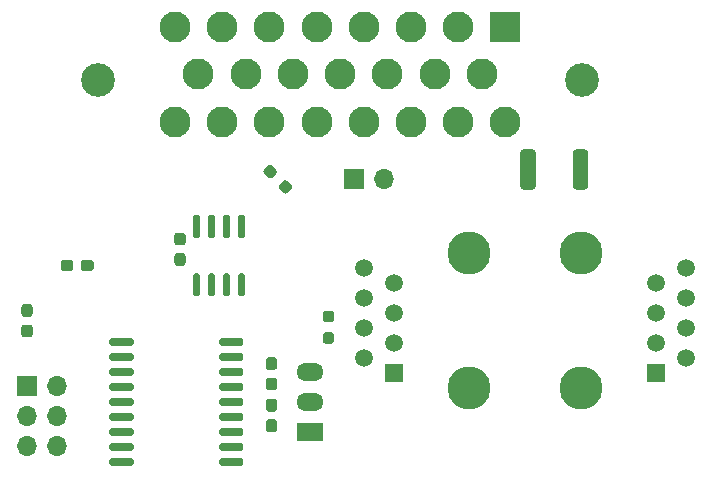
<source format=gbr>
%TF.GenerationSoftware,KiCad,Pcbnew,5.1.7-a382d34a8~88~ubuntu18.04.1*%
%TF.CreationDate,2021-02-25T09:30:43-05:00*%
%TF.ProjectId,DaqBoard,44617142-6f61-4726-942e-6b696361645f,rev?*%
%TF.SameCoordinates,Original*%
%TF.FileFunction,Soldermask,Bot*%
%TF.FilePolarity,Negative*%
%FSLAX46Y46*%
G04 Gerber Fmt 4.6, Leading zero omitted, Abs format (unit mm)*
G04 Created by KiCad (PCBNEW 5.1.7-a382d34a8~88~ubuntu18.04.1) date 2021-02-25 09:30:43*
%MOMM*%
%LPD*%
G01*
G04 APERTURE LIST*
%ADD10C,1.500000*%
%ADD11R,1.500000X1.500000*%
%ADD12C,3.650000*%
%ADD13C,2.625000*%
%ADD14R,2.625000X2.625000*%
%ADD15C,2.850000*%
%ADD16O,2.300000X1.500000*%
%ADD17R,2.300000X1.500000*%
%ADD18O,1.700000X1.700000*%
%ADD19R,1.700000X1.700000*%
G04 APERTURE END LIST*
%TO.C,C1*%
G36*
G01*
X115459500Y-98215500D02*
X115934500Y-98215500D01*
G75*
G02*
X116172000Y-98453000I0J-237500D01*
G01*
X116172000Y-99053000D01*
G75*
G02*
X115934500Y-99290500I-237500J0D01*
G01*
X115459500Y-99290500D01*
G75*
G02*
X115222000Y-99053000I0J237500D01*
G01*
X115222000Y-98453000D01*
G75*
G02*
X115459500Y-98215500I237500J0D01*
G01*
G37*
G36*
G01*
X115459500Y-96490500D02*
X115934500Y-96490500D01*
G75*
G02*
X116172000Y-96728000I0J-237500D01*
G01*
X116172000Y-97328000D01*
G75*
G02*
X115934500Y-97565500I-237500J0D01*
G01*
X115459500Y-97565500D01*
G75*
G02*
X115222000Y-97328000I0J237500D01*
G01*
X115222000Y-96728000D01*
G75*
G02*
X115459500Y-96490500I237500J0D01*
G01*
G37*
%TD*%
D10*
%TO.C,J4*%
X144208500Y-93408500D03*
X146748500Y-94678500D03*
X144208500Y-95948500D03*
X146748500Y-97218500D03*
X144208500Y-98488500D03*
X146748500Y-99758500D03*
X144208500Y-101028500D03*
D11*
X146748500Y-102298500D03*
D12*
X153098500Y-103568500D03*
X153098500Y-92138500D03*
%TD*%
D13*
%TO.C,J5*%
X132210000Y-81025000D03*
X136210000Y-81025000D03*
X140210000Y-81025000D03*
X144210000Y-81025000D03*
X148210000Y-81025000D03*
X152210000Y-81025000D03*
X134210000Y-77025000D03*
X138210000Y-77025000D03*
X142210000Y-77025000D03*
X146210000Y-77025000D03*
X150210000Y-77025000D03*
X132210000Y-73025000D03*
X136210000Y-73025000D03*
X140210000Y-73025000D03*
X144210000Y-73025000D03*
X148210000Y-73025000D03*
X152210000Y-73025000D03*
X128210000Y-81025000D03*
X156210000Y-81025000D03*
X130210000Y-77025000D03*
X154210000Y-77025000D03*
X128210000Y-73025000D03*
D14*
X156210000Y-73025000D03*
D15*
X121710000Y-77525000D03*
X162710000Y-77525000D03*
%TD*%
D12*
%TO.C,J1*%
X162610800Y-92151200D03*
X162610800Y-103581200D03*
D11*
X168960800Y-102311200D03*
D10*
X171500800Y-101041200D03*
X168960800Y-99771200D03*
X171500800Y-98501200D03*
X168960800Y-97231200D03*
X171500800Y-95961200D03*
X168960800Y-94691200D03*
X171500800Y-93421200D03*
%TD*%
%TO.C,U4*%
G36*
G01*
X134008000Y-90891000D02*
X133708000Y-90891000D01*
G75*
G02*
X133558000Y-90741000I0J150000D01*
G01*
X133558000Y-89091000D01*
G75*
G02*
X133708000Y-88941000I150000J0D01*
G01*
X134008000Y-88941000D01*
G75*
G02*
X134158000Y-89091000I0J-150000D01*
G01*
X134158000Y-90741000D01*
G75*
G02*
X134008000Y-90891000I-150000J0D01*
G01*
G37*
G36*
G01*
X132738000Y-90891000D02*
X132438000Y-90891000D01*
G75*
G02*
X132288000Y-90741000I0J150000D01*
G01*
X132288000Y-89091000D01*
G75*
G02*
X132438000Y-88941000I150000J0D01*
G01*
X132738000Y-88941000D01*
G75*
G02*
X132888000Y-89091000I0J-150000D01*
G01*
X132888000Y-90741000D01*
G75*
G02*
X132738000Y-90891000I-150000J0D01*
G01*
G37*
G36*
G01*
X131468000Y-90891000D02*
X131168000Y-90891000D01*
G75*
G02*
X131018000Y-90741000I0J150000D01*
G01*
X131018000Y-89091000D01*
G75*
G02*
X131168000Y-88941000I150000J0D01*
G01*
X131468000Y-88941000D01*
G75*
G02*
X131618000Y-89091000I0J-150000D01*
G01*
X131618000Y-90741000D01*
G75*
G02*
X131468000Y-90891000I-150000J0D01*
G01*
G37*
G36*
G01*
X130198000Y-90891000D02*
X129898000Y-90891000D01*
G75*
G02*
X129748000Y-90741000I0J150000D01*
G01*
X129748000Y-89091000D01*
G75*
G02*
X129898000Y-88941000I150000J0D01*
G01*
X130198000Y-88941000D01*
G75*
G02*
X130348000Y-89091000I0J-150000D01*
G01*
X130348000Y-90741000D01*
G75*
G02*
X130198000Y-90891000I-150000J0D01*
G01*
G37*
G36*
G01*
X130198000Y-95841000D02*
X129898000Y-95841000D01*
G75*
G02*
X129748000Y-95691000I0J150000D01*
G01*
X129748000Y-94041000D01*
G75*
G02*
X129898000Y-93891000I150000J0D01*
G01*
X130198000Y-93891000D01*
G75*
G02*
X130348000Y-94041000I0J-150000D01*
G01*
X130348000Y-95691000D01*
G75*
G02*
X130198000Y-95841000I-150000J0D01*
G01*
G37*
G36*
G01*
X131468000Y-95841000D02*
X131168000Y-95841000D01*
G75*
G02*
X131018000Y-95691000I0J150000D01*
G01*
X131018000Y-94041000D01*
G75*
G02*
X131168000Y-93891000I150000J0D01*
G01*
X131468000Y-93891000D01*
G75*
G02*
X131618000Y-94041000I0J-150000D01*
G01*
X131618000Y-95691000D01*
G75*
G02*
X131468000Y-95841000I-150000J0D01*
G01*
G37*
G36*
G01*
X132738000Y-95841000D02*
X132438000Y-95841000D01*
G75*
G02*
X132288000Y-95691000I0J150000D01*
G01*
X132288000Y-94041000D01*
G75*
G02*
X132438000Y-93891000I150000J0D01*
G01*
X132738000Y-93891000D01*
G75*
G02*
X132888000Y-94041000I0J-150000D01*
G01*
X132888000Y-95691000D01*
G75*
G02*
X132738000Y-95841000I-150000J0D01*
G01*
G37*
G36*
G01*
X134008000Y-95841000D02*
X133708000Y-95841000D01*
G75*
G02*
X133558000Y-95691000I0J150000D01*
G01*
X133558000Y-94041000D01*
G75*
G02*
X133708000Y-93891000I150000J0D01*
G01*
X134008000Y-93891000D01*
G75*
G02*
X134158000Y-94041000I0J-150000D01*
G01*
X134158000Y-95691000D01*
G75*
G02*
X134008000Y-95841000I-150000J0D01*
G01*
G37*
%TD*%
%TO.C,U3*%
G36*
G01*
X124723000Y-99545000D02*
X124723000Y-99845000D01*
G75*
G02*
X124573000Y-99995000I-150000J0D01*
G01*
X122823000Y-99995000D01*
G75*
G02*
X122673000Y-99845000I0J150000D01*
G01*
X122673000Y-99545000D01*
G75*
G02*
X122823000Y-99395000I150000J0D01*
G01*
X124573000Y-99395000D01*
G75*
G02*
X124723000Y-99545000I0J-150000D01*
G01*
G37*
G36*
G01*
X124723000Y-100815000D02*
X124723000Y-101115000D01*
G75*
G02*
X124573000Y-101265000I-150000J0D01*
G01*
X122823000Y-101265000D01*
G75*
G02*
X122673000Y-101115000I0J150000D01*
G01*
X122673000Y-100815000D01*
G75*
G02*
X122823000Y-100665000I150000J0D01*
G01*
X124573000Y-100665000D01*
G75*
G02*
X124723000Y-100815000I0J-150000D01*
G01*
G37*
G36*
G01*
X124723000Y-102085000D02*
X124723000Y-102385000D01*
G75*
G02*
X124573000Y-102535000I-150000J0D01*
G01*
X122823000Y-102535000D01*
G75*
G02*
X122673000Y-102385000I0J150000D01*
G01*
X122673000Y-102085000D01*
G75*
G02*
X122823000Y-101935000I150000J0D01*
G01*
X124573000Y-101935000D01*
G75*
G02*
X124723000Y-102085000I0J-150000D01*
G01*
G37*
G36*
G01*
X124723000Y-103355000D02*
X124723000Y-103655000D01*
G75*
G02*
X124573000Y-103805000I-150000J0D01*
G01*
X122823000Y-103805000D01*
G75*
G02*
X122673000Y-103655000I0J150000D01*
G01*
X122673000Y-103355000D01*
G75*
G02*
X122823000Y-103205000I150000J0D01*
G01*
X124573000Y-103205000D01*
G75*
G02*
X124723000Y-103355000I0J-150000D01*
G01*
G37*
G36*
G01*
X124723000Y-104625000D02*
X124723000Y-104925000D01*
G75*
G02*
X124573000Y-105075000I-150000J0D01*
G01*
X122823000Y-105075000D01*
G75*
G02*
X122673000Y-104925000I0J150000D01*
G01*
X122673000Y-104625000D01*
G75*
G02*
X122823000Y-104475000I150000J0D01*
G01*
X124573000Y-104475000D01*
G75*
G02*
X124723000Y-104625000I0J-150000D01*
G01*
G37*
G36*
G01*
X124723000Y-105895000D02*
X124723000Y-106195000D01*
G75*
G02*
X124573000Y-106345000I-150000J0D01*
G01*
X122823000Y-106345000D01*
G75*
G02*
X122673000Y-106195000I0J150000D01*
G01*
X122673000Y-105895000D01*
G75*
G02*
X122823000Y-105745000I150000J0D01*
G01*
X124573000Y-105745000D01*
G75*
G02*
X124723000Y-105895000I0J-150000D01*
G01*
G37*
G36*
G01*
X124723000Y-107165000D02*
X124723000Y-107465000D01*
G75*
G02*
X124573000Y-107615000I-150000J0D01*
G01*
X122823000Y-107615000D01*
G75*
G02*
X122673000Y-107465000I0J150000D01*
G01*
X122673000Y-107165000D01*
G75*
G02*
X122823000Y-107015000I150000J0D01*
G01*
X124573000Y-107015000D01*
G75*
G02*
X124723000Y-107165000I0J-150000D01*
G01*
G37*
G36*
G01*
X124723000Y-108435000D02*
X124723000Y-108735000D01*
G75*
G02*
X124573000Y-108885000I-150000J0D01*
G01*
X122823000Y-108885000D01*
G75*
G02*
X122673000Y-108735000I0J150000D01*
G01*
X122673000Y-108435000D01*
G75*
G02*
X122823000Y-108285000I150000J0D01*
G01*
X124573000Y-108285000D01*
G75*
G02*
X124723000Y-108435000I0J-150000D01*
G01*
G37*
G36*
G01*
X124723000Y-109705000D02*
X124723000Y-110005000D01*
G75*
G02*
X124573000Y-110155000I-150000J0D01*
G01*
X122823000Y-110155000D01*
G75*
G02*
X122673000Y-110005000I0J150000D01*
G01*
X122673000Y-109705000D01*
G75*
G02*
X122823000Y-109555000I150000J0D01*
G01*
X124573000Y-109555000D01*
G75*
G02*
X124723000Y-109705000I0J-150000D01*
G01*
G37*
G36*
G01*
X134023000Y-109705000D02*
X134023000Y-110005000D01*
G75*
G02*
X133873000Y-110155000I-150000J0D01*
G01*
X132123000Y-110155000D01*
G75*
G02*
X131973000Y-110005000I0J150000D01*
G01*
X131973000Y-109705000D01*
G75*
G02*
X132123000Y-109555000I150000J0D01*
G01*
X133873000Y-109555000D01*
G75*
G02*
X134023000Y-109705000I0J-150000D01*
G01*
G37*
G36*
G01*
X134023000Y-108435000D02*
X134023000Y-108735000D01*
G75*
G02*
X133873000Y-108885000I-150000J0D01*
G01*
X132123000Y-108885000D01*
G75*
G02*
X131973000Y-108735000I0J150000D01*
G01*
X131973000Y-108435000D01*
G75*
G02*
X132123000Y-108285000I150000J0D01*
G01*
X133873000Y-108285000D01*
G75*
G02*
X134023000Y-108435000I0J-150000D01*
G01*
G37*
G36*
G01*
X134023000Y-107165000D02*
X134023000Y-107465000D01*
G75*
G02*
X133873000Y-107615000I-150000J0D01*
G01*
X132123000Y-107615000D01*
G75*
G02*
X131973000Y-107465000I0J150000D01*
G01*
X131973000Y-107165000D01*
G75*
G02*
X132123000Y-107015000I150000J0D01*
G01*
X133873000Y-107015000D01*
G75*
G02*
X134023000Y-107165000I0J-150000D01*
G01*
G37*
G36*
G01*
X134023000Y-105895000D02*
X134023000Y-106195000D01*
G75*
G02*
X133873000Y-106345000I-150000J0D01*
G01*
X132123000Y-106345000D01*
G75*
G02*
X131973000Y-106195000I0J150000D01*
G01*
X131973000Y-105895000D01*
G75*
G02*
X132123000Y-105745000I150000J0D01*
G01*
X133873000Y-105745000D01*
G75*
G02*
X134023000Y-105895000I0J-150000D01*
G01*
G37*
G36*
G01*
X134023000Y-104625000D02*
X134023000Y-104925000D01*
G75*
G02*
X133873000Y-105075000I-150000J0D01*
G01*
X132123000Y-105075000D01*
G75*
G02*
X131973000Y-104925000I0J150000D01*
G01*
X131973000Y-104625000D01*
G75*
G02*
X132123000Y-104475000I150000J0D01*
G01*
X133873000Y-104475000D01*
G75*
G02*
X134023000Y-104625000I0J-150000D01*
G01*
G37*
G36*
G01*
X134023000Y-103355000D02*
X134023000Y-103655000D01*
G75*
G02*
X133873000Y-103805000I-150000J0D01*
G01*
X132123000Y-103805000D01*
G75*
G02*
X131973000Y-103655000I0J150000D01*
G01*
X131973000Y-103355000D01*
G75*
G02*
X132123000Y-103205000I150000J0D01*
G01*
X133873000Y-103205000D01*
G75*
G02*
X134023000Y-103355000I0J-150000D01*
G01*
G37*
G36*
G01*
X134023000Y-102085000D02*
X134023000Y-102385000D01*
G75*
G02*
X133873000Y-102535000I-150000J0D01*
G01*
X132123000Y-102535000D01*
G75*
G02*
X131973000Y-102385000I0J150000D01*
G01*
X131973000Y-102085000D01*
G75*
G02*
X132123000Y-101935000I150000J0D01*
G01*
X133873000Y-101935000D01*
G75*
G02*
X134023000Y-102085000I0J-150000D01*
G01*
G37*
G36*
G01*
X134023000Y-100815000D02*
X134023000Y-101115000D01*
G75*
G02*
X133873000Y-101265000I-150000J0D01*
G01*
X132123000Y-101265000D01*
G75*
G02*
X131973000Y-101115000I0J150000D01*
G01*
X131973000Y-100815000D01*
G75*
G02*
X132123000Y-100665000I150000J0D01*
G01*
X133873000Y-100665000D01*
G75*
G02*
X134023000Y-100815000I0J-150000D01*
G01*
G37*
G36*
G01*
X134023000Y-99545000D02*
X134023000Y-99845000D01*
G75*
G02*
X133873000Y-99995000I-150000J0D01*
G01*
X132123000Y-99995000D01*
G75*
G02*
X131973000Y-99845000I0J150000D01*
G01*
X131973000Y-99545000D01*
G75*
G02*
X132123000Y-99395000I150000J0D01*
G01*
X133873000Y-99395000D01*
G75*
G02*
X134023000Y-99545000I0J-150000D01*
G01*
G37*
%TD*%
D16*
%TO.C,U2*%
X139700000Y-102235000D03*
X139700000Y-104775000D03*
D17*
X139700000Y-107315000D03*
%TD*%
%TO.C,R5*%
G36*
G01*
X136788583Y-85449507D02*
X136452707Y-85785383D01*
G75*
G02*
X136116831Y-85785383I-167938J167938D01*
G01*
X135763277Y-85431829D01*
G75*
G02*
X135763277Y-85095953I167938J167938D01*
G01*
X136099153Y-84760077D01*
G75*
G02*
X136435029Y-84760077I167938J-167938D01*
G01*
X136788583Y-85113631D01*
G75*
G02*
X136788583Y-85449507I-167938J-167938D01*
G01*
G37*
G36*
G01*
X138079053Y-86739977D02*
X137743177Y-87075853D01*
G75*
G02*
X137407301Y-87075853I-167938J167938D01*
G01*
X137053747Y-86722299D01*
G75*
G02*
X137053747Y-86386423I167938J167938D01*
G01*
X137389623Y-86050547D01*
G75*
G02*
X137725499Y-86050547I167938J-167938D01*
G01*
X138079053Y-86404101D01*
G75*
G02*
X138079053Y-86739977I-167938J-167938D01*
G01*
G37*
%TD*%
%TO.C,R3*%
G36*
G01*
X140986500Y-98873500D02*
X141461500Y-98873500D01*
G75*
G02*
X141699000Y-99111000I0J-237500D01*
G01*
X141699000Y-99611000D01*
G75*
G02*
X141461500Y-99848500I-237500J0D01*
G01*
X140986500Y-99848500D01*
G75*
G02*
X140749000Y-99611000I0J237500D01*
G01*
X140749000Y-99111000D01*
G75*
G02*
X140986500Y-98873500I237500J0D01*
G01*
G37*
G36*
G01*
X140986500Y-97048500D02*
X141461500Y-97048500D01*
G75*
G02*
X141699000Y-97286000I0J-237500D01*
G01*
X141699000Y-97786000D01*
G75*
G02*
X141461500Y-98023500I-237500J0D01*
G01*
X140986500Y-98023500D01*
G75*
G02*
X140749000Y-97786000I0J237500D01*
G01*
X140749000Y-97286000D01*
G75*
G02*
X140986500Y-97048500I237500J0D01*
G01*
G37*
%TD*%
D18*
%TO.C,J3*%
X118237000Y-108458000D03*
X115697000Y-108458000D03*
X118237000Y-105918000D03*
X115697000Y-105918000D03*
X118237000Y-103378000D03*
D19*
X115697000Y-103378000D03*
%TD*%
D18*
%TO.C,J2*%
X145923000Y-85852000D03*
D19*
X143383000Y-85852000D03*
%TD*%
%TO.C,F1*%
G36*
G01*
X161910000Y-86540000D02*
X161910000Y-83640000D01*
G75*
G02*
X162160000Y-83390000I250000J0D01*
G01*
X162960000Y-83390000D01*
G75*
G02*
X163210000Y-83640000I0J-250000D01*
G01*
X163210000Y-86540000D01*
G75*
G02*
X162960000Y-86790000I-250000J0D01*
G01*
X162160000Y-86790000D01*
G75*
G02*
X161910000Y-86540000I0J250000D01*
G01*
G37*
G36*
G01*
X157460000Y-86540000D02*
X157460000Y-83640000D01*
G75*
G02*
X157710000Y-83390000I250000J0D01*
G01*
X158510000Y-83390000D01*
G75*
G02*
X158760000Y-83640000I0J-250000D01*
G01*
X158760000Y-86540000D01*
G75*
G02*
X158510000Y-86790000I-250000J0D01*
G01*
X157710000Y-86790000D01*
G75*
G02*
X157460000Y-86540000I0J250000D01*
G01*
G37*
%TD*%
%TO.C,C6*%
G36*
G01*
X128888500Y-91522500D02*
X128413500Y-91522500D01*
G75*
G02*
X128176000Y-91285000I0J237500D01*
G01*
X128176000Y-90685000D01*
G75*
G02*
X128413500Y-90447500I237500J0D01*
G01*
X128888500Y-90447500D01*
G75*
G02*
X129126000Y-90685000I0J-237500D01*
G01*
X129126000Y-91285000D01*
G75*
G02*
X128888500Y-91522500I-237500J0D01*
G01*
G37*
G36*
G01*
X128888500Y-93247500D02*
X128413500Y-93247500D01*
G75*
G02*
X128176000Y-93010000I0J237500D01*
G01*
X128176000Y-92410000D01*
G75*
G02*
X128413500Y-92172500I237500J0D01*
G01*
X128888500Y-92172500D01*
G75*
G02*
X129126000Y-92410000I0J-237500D01*
G01*
X129126000Y-93010000D01*
G75*
G02*
X128888500Y-93247500I-237500J0D01*
G01*
G37*
%TD*%
%TO.C,C4*%
G36*
G01*
X136160500Y-102713500D02*
X136635500Y-102713500D01*
G75*
G02*
X136873000Y-102951000I0J-237500D01*
G01*
X136873000Y-103551000D01*
G75*
G02*
X136635500Y-103788500I-237500J0D01*
G01*
X136160500Y-103788500D01*
G75*
G02*
X135923000Y-103551000I0J237500D01*
G01*
X135923000Y-102951000D01*
G75*
G02*
X136160500Y-102713500I237500J0D01*
G01*
G37*
G36*
G01*
X136160500Y-100988500D02*
X136635500Y-100988500D01*
G75*
G02*
X136873000Y-101226000I0J-237500D01*
G01*
X136873000Y-101826000D01*
G75*
G02*
X136635500Y-102063500I-237500J0D01*
G01*
X136160500Y-102063500D01*
G75*
G02*
X135923000Y-101826000I0J237500D01*
G01*
X135923000Y-101226000D01*
G75*
G02*
X136160500Y-100988500I237500J0D01*
G01*
G37*
%TD*%
%TO.C,C3*%
G36*
G01*
X136635500Y-105593000D02*
X136160500Y-105593000D01*
G75*
G02*
X135923000Y-105355500I0J237500D01*
G01*
X135923000Y-104755500D01*
G75*
G02*
X136160500Y-104518000I237500J0D01*
G01*
X136635500Y-104518000D01*
G75*
G02*
X136873000Y-104755500I0J-237500D01*
G01*
X136873000Y-105355500D01*
G75*
G02*
X136635500Y-105593000I-237500J0D01*
G01*
G37*
G36*
G01*
X136635500Y-107318000D02*
X136160500Y-107318000D01*
G75*
G02*
X135923000Y-107080500I0J237500D01*
G01*
X135923000Y-106480500D01*
G75*
G02*
X136160500Y-106243000I237500J0D01*
G01*
X136635500Y-106243000D01*
G75*
G02*
X136873000Y-106480500I0J-237500D01*
G01*
X136873000Y-107080500D01*
G75*
G02*
X136635500Y-107318000I-237500J0D01*
G01*
G37*
%TD*%
%TO.C,C2*%
G36*
G01*
X120262700Y-93455500D02*
X120262700Y-92980500D01*
G75*
G02*
X120500200Y-92743000I237500J0D01*
G01*
X121100200Y-92743000D01*
G75*
G02*
X121337700Y-92980500I0J-237500D01*
G01*
X121337700Y-93455500D01*
G75*
G02*
X121100200Y-93693000I-237500J0D01*
G01*
X120500200Y-93693000D01*
G75*
G02*
X120262700Y-93455500I0J237500D01*
G01*
G37*
G36*
G01*
X118537700Y-93455500D02*
X118537700Y-92980500D01*
G75*
G02*
X118775200Y-92743000I237500J0D01*
G01*
X119375200Y-92743000D01*
G75*
G02*
X119612700Y-92980500I0J-237500D01*
G01*
X119612700Y-93455500D01*
G75*
G02*
X119375200Y-93693000I-237500J0D01*
G01*
X118775200Y-93693000D01*
G75*
G02*
X118537700Y-93455500I0J237500D01*
G01*
G37*
%TD*%
M02*

</source>
